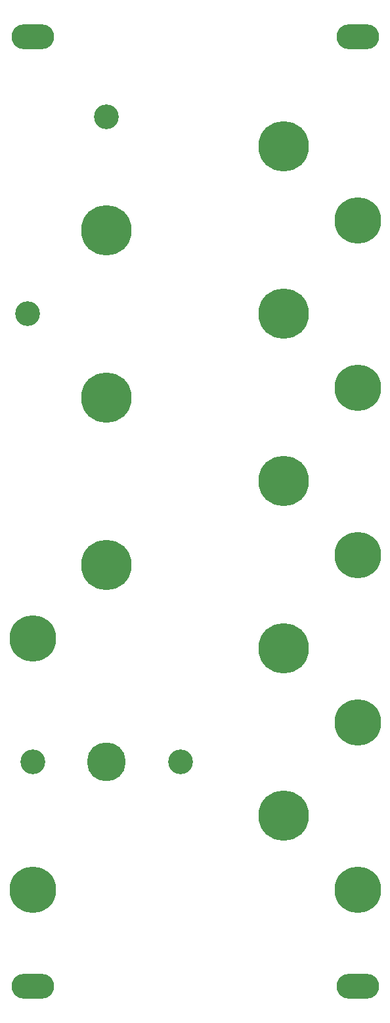
<source format=gts>
G04 #@! TF.GenerationSoftware,KiCad,Pcbnew,(6.0.0)*
G04 #@! TF.CreationDate,2022-08-25T14:32:43+02:00*
G04 #@! TF.ProjectId,FG-VCO-(panel),46472d56-434f-42d2-9870-616e656c292e,rev?*
G04 #@! TF.SameCoordinates,Original*
G04 #@! TF.FileFunction,Soldermask,Top*
G04 #@! TF.FilePolarity,Negative*
%FSLAX46Y46*%
G04 Gerber Fmt 4.6, Leading zero omitted, Abs format (unit mm)*
G04 Created by KiCad (PCBNEW (6.0.0)) date 2022-08-25 14:32:43*
%MOMM*%
%LPD*%
G01*
G04 APERTURE LIST*
%ADD10C,6.500000*%
%ADD11C,6.000000*%
%ADD12C,3.200000*%
%ADD13C,5.000000*%
%ADD14O,5.500000X3.200000*%
G04 APERTURE END LIST*
D10*
X38100000Y-6350000D03*
D11*
X5715000Y-102235000D03*
X47625000Y-80645000D03*
X5715000Y-69850000D03*
X47625000Y-102235000D03*
X47625000Y-15875000D03*
D10*
X15240000Y-17145000D03*
X38100000Y-71120000D03*
D12*
X5715000Y-85725000D03*
D10*
X38100000Y-27940000D03*
X15240000Y-38735000D03*
D13*
X15240000Y-85725000D03*
D11*
X47625000Y-37465000D03*
D14*
X47630000Y-114705000D03*
X5710000Y7795000D03*
D12*
X15240000Y-2540000D03*
D11*
X47625000Y-59055000D03*
D12*
X5080000Y-27940000D03*
D10*
X38100000Y-92710000D03*
D14*
X5710000Y-114705000D03*
X47630000Y7795000D03*
D12*
X24765000Y-85725000D03*
D10*
X38100000Y-49530000D03*
X15240000Y-60325000D03*
M02*

</source>
